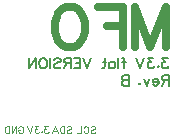
<source format=gbo>
G04 Layer: BottomSilkLayer*
G04 EasyEDA v6.4.7, 2021-01-18T10:53:27+01:00*
G04 59e0d5d531bc4477b05e4d448ace7ff7,8dc9eacff13444d6b60fd3cb587e6cd5,05*
G04 Gerber Generator version 0.2*
G04 Scale: 100 percent, Rotated: No, Reflected: No *
G04 Dimensions in inches *
G04 leading zeros omitted , absolute positions ,2 integer and 4 decimal *
%FSLAX24Y24*%
%MOIN*%
G90*
D02*

%ADD29C,0.027000*%
%ADD30C,0.004320*%
%ADD31C,0.007200*%

%LPD*%
G54D29*
G01X7000Y5387D02*
G01X7000Y4051D01*
G01X7000Y5387D02*
G01X6490Y4051D01*
G01X5981Y5387D02*
G01X6490Y4051D01*
G01X5981Y5387D02*
G01X5981Y4051D01*
G01X5561Y5387D02*
G01X5561Y4051D01*
G01X5561Y5387D02*
G01X4734Y5387D01*
G01X5561Y4751D02*
G01X5052Y4751D01*
G01X3932Y5387D02*
G01X4060Y5324D01*
G01X4187Y5196D01*
G01X4250Y5069D01*
G01X4314Y4878D01*
G01X4314Y4560D01*
G01X4250Y4369D01*
G01X4187Y4242D01*
G01X4060Y4114D01*
G01X3932Y4051D01*
G01X3678Y4051D01*
G01X3550Y4114D01*
G01X3423Y4242D01*
G01X3360Y4369D01*
G01X3296Y4560D01*
G01X3296Y4878D01*
G01X3360Y5069D01*
G01X3423Y5196D01*
G01X3550Y5324D01*
G01X3678Y5387D01*
G01X3932Y5387D01*
G54D30*
G01X4497Y1384D02*
G01X4519Y1406D01*
G01X4551Y1417D01*
G01X4595Y1417D01*
G01X4628Y1406D01*
G01X4650Y1384D01*
G01X4650Y1362D01*
G01X4639Y1340D01*
G01X4628Y1329D01*
G01X4606Y1318D01*
G01X4540Y1297D01*
G01X4519Y1286D01*
G01X4508Y1275D01*
G01X4497Y1253D01*
G01X4497Y1220D01*
G01X4519Y1199D01*
G01X4551Y1188D01*
G01X4595Y1188D01*
G01X4628Y1199D01*
G01X4650Y1220D01*
G01X4261Y1362D02*
G01X4272Y1384D01*
G01X4294Y1406D01*
G01X4316Y1417D01*
G01X4359Y1417D01*
G01X4381Y1406D01*
G01X4403Y1384D01*
G01X4414Y1362D01*
G01X4425Y1329D01*
G01X4425Y1275D01*
G01X4414Y1242D01*
G01X4403Y1220D01*
G01X4381Y1199D01*
G01X4359Y1188D01*
G01X4316Y1188D01*
G01X4294Y1199D01*
G01X4272Y1220D01*
G01X4261Y1242D01*
G01X4189Y1417D02*
G01X4189Y1188D01*
G01X4189Y1188D02*
G01X4058Y1188D01*
G01X3697Y1384D02*
G01X3719Y1406D01*
G01X3751Y1417D01*
G01X3795Y1417D01*
G01X3828Y1406D01*
G01X3850Y1384D01*
G01X3850Y1362D01*
G01X3839Y1340D01*
G01X3828Y1329D01*
G01X3806Y1318D01*
G01X3740Y1297D01*
G01X3719Y1286D01*
G01X3708Y1275D01*
G01X3697Y1253D01*
G01X3697Y1220D01*
G01X3719Y1199D01*
G01X3751Y1188D01*
G01X3795Y1188D01*
G01X3828Y1199D01*
G01X3850Y1220D01*
G01X3625Y1417D02*
G01X3625Y1188D01*
G01X3625Y1417D02*
G01X3548Y1417D01*
G01X3516Y1406D01*
G01X3494Y1384D01*
G01X3483Y1362D01*
G01X3472Y1329D01*
G01X3472Y1275D01*
G01X3483Y1242D01*
G01X3494Y1220D01*
G01X3516Y1199D01*
G01X3548Y1188D01*
G01X3625Y1188D01*
G01X3313Y1417D02*
G01X3400Y1188D01*
G01X3313Y1417D02*
G01X3225Y1188D01*
G01X3367Y1264D02*
G01X3258Y1264D01*
G01X3078Y1417D02*
G01X2958Y1417D01*
G01X3023Y1329D01*
G01X2990Y1329D01*
G01X2969Y1318D01*
G01X2958Y1308D01*
G01X2947Y1275D01*
G01X2947Y1253D01*
G01X2958Y1220D01*
G01X2979Y1199D01*
G01X3012Y1188D01*
G01X3045Y1188D01*
G01X3078Y1199D01*
G01X3089Y1209D01*
G01X3100Y1231D01*
G01X2864Y1242D02*
G01X2875Y1231D01*
G01X2864Y1220D01*
G01X2853Y1231D01*
G01X2864Y1242D01*
G01X2759Y1417D02*
G01X2639Y1417D01*
G01X2705Y1329D01*
G01X2672Y1329D01*
G01X2650Y1318D01*
G01X2639Y1308D01*
G01X2628Y1275D01*
G01X2628Y1253D01*
G01X2639Y1220D01*
G01X2661Y1199D01*
G01X2694Y1188D01*
G01X2726Y1188D01*
G01X2759Y1199D01*
G01X2770Y1209D01*
G01X2781Y1231D01*
G01X2556Y1417D02*
G01X2469Y1188D01*
G01X2382Y1417D02*
G01X2469Y1188D01*
G01X2086Y1362D02*
G01X2097Y1384D01*
G01X2119Y1406D01*
G01X2140Y1417D01*
G01X2184Y1417D01*
G01X2206Y1406D01*
G01X2228Y1384D01*
G01X2239Y1362D01*
G01X2250Y1329D01*
G01X2250Y1275D01*
G01X2239Y1242D01*
G01X2228Y1220D01*
G01X2206Y1199D01*
G01X2184Y1188D01*
G01X2140Y1188D01*
G01X2119Y1199D01*
G01X2097Y1220D01*
G01X2086Y1242D01*
G01X2086Y1275D01*
G01X2140Y1275D02*
G01X2086Y1275D01*
G01X2014Y1417D02*
G01X2014Y1188D01*
G01X2014Y1417D02*
G01X1861Y1188D01*
G01X1861Y1417D02*
G01X1861Y1188D01*
G01X1789Y1417D02*
G01X1789Y1188D01*
G01X1789Y1417D02*
G01X1713Y1417D01*
G01X1680Y1406D01*
G01X1658Y1384D01*
G01X1647Y1362D01*
G01X1636Y1329D01*
G01X1636Y1275D01*
G01X1647Y1242D01*
G01X1658Y1220D01*
G01X1680Y1199D01*
G01X1713Y1188D01*
G01X1789Y1188D01*
G54D31*
G01X7067Y3688D02*
G01X6887Y3688D01*
G01X6985Y3557D01*
G01X6936Y3557D01*
G01X6903Y3541D01*
G01X6887Y3524D01*
G01X6870Y3475D01*
G01X6870Y3442D01*
G01X6887Y3393D01*
G01X6920Y3361D01*
G01X6969Y3344D01*
G01X7018Y3344D01*
G01X7067Y3361D01*
G01X7083Y3377D01*
G01X7100Y3410D01*
G01X6746Y3426D02*
G01X6762Y3410D01*
G01X6746Y3393D01*
G01X6730Y3410D01*
G01X6746Y3426D01*
G01X6589Y3688D02*
G01X6409Y3688D01*
G01X6507Y3557D01*
G01X6458Y3557D01*
G01X6425Y3541D01*
G01X6409Y3524D01*
G01X6393Y3475D01*
G01X6393Y3442D01*
G01X6409Y3393D01*
G01X6442Y3361D01*
G01X6491Y3344D01*
G01X6540Y3344D01*
G01X6589Y3361D01*
G01X6605Y3377D01*
G01X6622Y3410D01*
G01X6285Y3688D02*
G01X6154Y3344D01*
G01X6023Y3688D02*
G01X6154Y3344D01*
G01X5532Y3688D02*
G01X5565Y3688D01*
G01X5597Y3671D01*
G01X5614Y3622D01*
G01X5614Y3344D01*
G01X5663Y3573D02*
G01X5548Y3573D01*
G01X5424Y3688D02*
G01X5424Y3344D01*
G01X5120Y3573D02*
G01X5120Y3344D01*
G01X5120Y3524D02*
G01X5152Y3557D01*
G01X5185Y3573D01*
G01X5234Y3573D01*
G01X5267Y3557D01*
G01X5300Y3524D01*
G01X5316Y3475D01*
G01X5316Y3442D01*
G01X5300Y3393D01*
G01X5267Y3361D01*
G01X5234Y3344D01*
G01X5185Y3344D01*
G01X5152Y3361D01*
G01X5120Y3393D01*
G01X4962Y3688D02*
G01X4962Y3410D01*
G01X4946Y3361D01*
G01X4913Y3344D01*
G01X4881Y3344D01*
G01X5012Y3573D02*
G01X4897Y3573D01*
G01X4521Y3688D02*
G01X4390Y3344D01*
G01X4259Y3688D02*
G01X4390Y3344D01*
G01X4151Y3688D02*
G01X4151Y3344D01*
G01X4151Y3688D02*
G01X3938Y3688D01*
G01X4151Y3524D02*
G01X4020Y3524D01*
G01X4151Y3344D02*
G01X3938Y3344D01*
G01X3830Y3688D02*
G01X3830Y3344D01*
G01X3830Y3688D02*
G01X3683Y3688D01*
G01X3634Y3671D01*
G01X3617Y3655D01*
G01X3601Y3622D01*
G01X3601Y3590D01*
G01X3617Y3557D01*
G01X3634Y3541D01*
G01X3683Y3524D01*
G01X3830Y3524D01*
G01X3715Y3524D02*
G01X3601Y3344D01*
G01X3264Y3639D02*
G01X3297Y3671D01*
G01X3346Y3688D01*
G01X3411Y3688D01*
G01X3460Y3671D01*
G01X3493Y3639D01*
G01X3493Y3606D01*
G01X3477Y3573D01*
G01X3460Y3557D01*
G01X3427Y3541D01*
G01X3329Y3508D01*
G01X3297Y3491D01*
G01X3280Y3475D01*
G01X3264Y3442D01*
G01X3264Y3393D01*
G01X3297Y3361D01*
G01X3346Y3344D01*
G01X3411Y3344D01*
G01X3460Y3361D01*
G01X3493Y3393D01*
G01X3156Y3688D02*
G01X3156Y3344D01*
G01X2950Y3688D02*
G01X2982Y3671D01*
G01X3015Y3639D01*
G01X3032Y3606D01*
G01X3048Y3557D01*
G01X3048Y3475D01*
G01X3032Y3426D01*
G01X3015Y3393D01*
G01X2982Y3361D01*
G01X2950Y3344D01*
G01X2884Y3344D01*
G01X2851Y3361D01*
G01X2819Y3393D01*
G01X2802Y3426D01*
G01X2786Y3475D01*
G01X2786Y3557D01*
G01X2802Y3606D01*
G01X2819Y3639D01*
G01X2851Y3671D01*
G01X2884Y3688D01*
G01X2950Y3688D01*
G01X2678Y3688D02*
G01X2678Y3344D01*
G01X2678Y3688D02*
G01X2449Y3344D01*
G01X2449Y3688D02*
G01X2449Y3344D01*
G01X7100Y3113D02*
G01X7100Y2769D01*
G01X7100Y3113D02*
G01X6952Y3113D01*
G01X6903Y3096D01*
G01X6887Y3080D01*
G01X6870Y3047D01*
G01X6870Y3015D01*
G01X6887Y2982D01*
G01X6903Y2966D01*
G01X6952Y2949D01*
G01X7100Y2949D01*
G01X6985Y2949D02*
G01X6870Y2769D01*
G01X6762Y2900D02*
G01X6566Y2900D01*
G01X6566Y2933D01*
G01X6582Y2966D01*
G01X6599Y2982D01*
G01X6632Y2998D01*
G01X6681Y2998D01*
G01X6713Y2982D01*
G01X6746Y2949D01*
G01X6762Y2900D01*
G01X6762Y2867D01*
G01X6746Y2818D01*
G01X6713Y2786D01*
G01X6681Y2769D01*
G01X6632Y2769D01*
G01X6599Y2786D01*
G01X6566Y2818D01*
G01X6458Y2998D02*
G01X6360Y2769D01*
G01X6262Y2998D02*
G01X6360Y2769D01*
G01X6137Y2851D02*
G01X6154Y2835D01*
G01X6137Y2818D01*
G01X6121Y2835D01*
G01X6137Y2851D01*
G01X5761Y3113D02*
G01X5761Y2769D01*
G01X5761Y3113D02*
G01X5614Y3113D01*
G01X5565Y3096D01*
G01X5548Y3080D01*
G01X5532Y3047D01*
G01X5532Y3015D01*
G01X5548Y2982D01*
G01X5565Y2966D01*
G01X5614Y2949D01*
G01X5761Y2949D02*
G01X5614Y2949D01*
G01X5565Y2933D01*
G01X5548Y2916D01*
G01X5532Y2884D01*
G01X5532Y2835D01*
G01X5548Y2802D01*
G01X5565Y2786D01*
G01X5614Y2769D01*
G01X5761Y2769D01*
M00*
M02*

</source>
